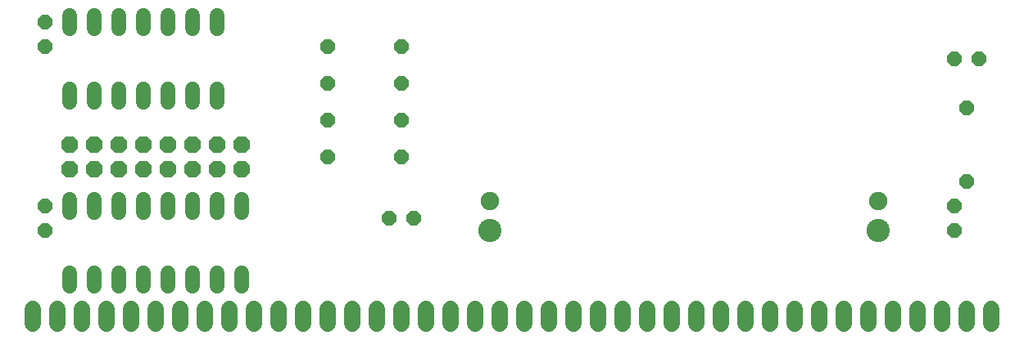
<source format=gbs>
G75*
%MOIN*%
%OFA0B0*%
%FSLAX24Y24*%
%IPPOS*%
%LPD*%
%AMOC8*
5,1,8,0,0,1.08239X$1,22.5*
%
%ADD10C,0.0680*%
%ADD11OC8,0.0600*%
%ADD12C,0.0600*%
%ADD13OC8,0.0680*%
%ADD14C,0.0749*%
%ADD15C,0.0946*%
D10*
X000600Y000800D02*
X000600Y001400D01*
X001600Y001400D02*
X001600Y000800D01*
X002600Y000800D02*
X002600Y001400D01*
X003600Y001400D02*
X003600Y000800D01*
X004600Y000800D02*
X004600Y001400D01*
X005600Y001400D02*
X005600Y000800D01*
X006600Y000800D02*
X006600Y001400D01*
X007600Y001400D02*
X007600Y000800D01*
X008600Y000800D02*
X008600Y001400D01*
X009600Y001400D02*
X009600Y000800D01*
X010600Y000800D02*
X010600Y001400D01*
X011600Y001400D02*
X011600Y000800D01*
X012600Y000800D02*
X012600Y001400D01*
X013600Y001400D02*
X013600Y000800D01*
X014600Y000800D02*
X014600Y001400D01*
X015600Y001400D02*
X015600Y000800D01*
X016600Y000800D02*
X016600Y001400D01*
X017600Y001400D02*
X017600Y000800D01*
X018600Y000800D02*
X018600Y001400D01*
X019600Y001400D02*
X019600Y000800D01*
X020600Y000800D02*
X020600Y001400D01*
X021600Y001400D02*
X021600Y000800D01*
X022600Y000800D02*
X022600Y001400D01*
X023600Y001400D02*
X023600Y000800D01*
X024600Y000800D02*
X024600Y001400D01*
X025600Y001400D02*
X025600Y000800D01*
X026600Y000800D02*
X026600Y001400D01*
X027600Y001400D02*
X027600Y000800D01*
X028600Y000800D02*
X028600Y001400D01*
X029600Y001400D02*
X029600Y000800D01*
X030600Y000800D02*
X030600Y001400D01*
X031600Y001400D02*
X031600Y000800D01*
X032600Y000800D02*
X032600Y001400D01*
X033600Y001400D02*
X033600Y000800D01*
X034600Y000800D02*
X034600Y001400D01*
X035600Y001400D02*
X035600Y000800D01*
X036600Y000800D02*
X036600Y001400D01*
X037600Y001400D02*
X037600Y000800D01*
X038600Y000800D02*
X038600Y001400D01*
X039600Y001400D02*
X039600Y000800D01*
D11*
X038100Y004600D03*
X038100Y005600D03*
X038600Y006600D03*
X038600Y009600D03*
X038100Y011600D03*
X039100Y011600D03*
X016100Y005100D03*
X015100Y005100D03*
X015600Y007600D03*
X012600Y007600D03*
X012600Y009100D03*
X015600Y009100D03*
X015600Y010600D03*
X012600Y010600D03*
X012600Y012100D03*
X015600Y012100D03*
X001100Y012100D03*
X001100Y013100D03*
X001100Y005600D03*
X001100Y004600D03*
D12*
X002100Y005340D02*
X002100Y005860D01*
X003100Y005860D02*
X003100Y005340D01*
X004100Y005340D02*
X004100Y005860D01*
X005100Y005860D02*
X005100Y005340D01*
X006100Y005340D02*
X006100Y005860D01*
X007100Y005860D02*
X007100Y005340D01*
X008100Y005340D02*
X008100Y005860D01*
X009100Y005860D02*
X009100Y005340D01*
X009100Y002860D02*
X009100Y002340D01*
X008100Y002340D02*
X008100Y002860D01*
X007100Y002860D02*
X007100Y002340D01*
X006100Y002340D02*
X006100Y002860D01*
X005100Y002860D02*
X005100Y002340D01*
X004100Y002340D02*
X004100Y002860D01*
X003100Y002860D02*
X003100Y002340D01*
X002100Y002340D02*
X002100Y002860D01*
X002100Y009840D02*
X002100Y010360D01*
X003100Y010360D02*
X003100Y009840D01*
X004100Y009840D02*
X004100Y010360D01*
X005100Y010360D02*
X005100Y009840D01*
X006100Y009840D02*
X006100Y010360D01*
X007100Y010360D02*
X007100Y009840D01*
X008100Y009840D02*
X008100Y010360D01*
X008100Y012840D02*
X008100Y013360D01*
X007100Y013360D02*
X007100Y012840D01*
X006100Y012840D02*
X006100Y013360D01*
X005100Y013360D02*
X005100Y012840D01*
X004100Y012840D02*
X004100Y013360D01*
X003100Y013360D02*
X003100Y012840D01*
X002100Y012840D02*
X002100Y013360D01*
D13*
X002100Y008100D03*
X003100Y008100D03*
X004100Y008100D03*
X005100Y008100D03*
X006100Y008100D03*
X007100Y008100D03*
X008100Y008100D03*
X009100Y008100D03*
X009100Y007100D03*
X008100Y007100D03*
X007100Y007100D03*
X006100Y007100D03*
X005100Y007100D03*
X004100Y007100D03*
X003100Y007100D03*
X002100Y007100D03*
D14*
X019194Y005781D03*
X035006Y005781D03*
D15*
X035006Y004600D03*
X019194Y004600D03*
M02*

</source>
